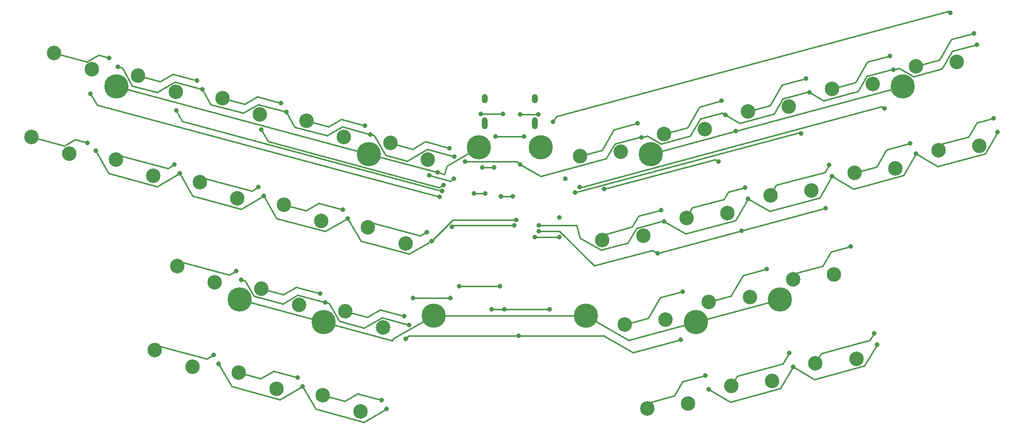
<source format=gbr>
%TF.GenerationSoftware,KiCad,Pcbnew,7.0.8*%
%TF.CreationDate,2024-02-21T20:33:01-06:00*%
%TF.ProjectId,rattlemebones32,72617474-6c65-46d6-9562-6f6e65733332,rev?*%
%TF.SameCoordinates,Original*%
%TF.FileFunction,Copper,L1,Top*%
%TF.FilePolarity,Positive*%
%FSLAX46Y46*%
G04 Gerber Fmt 4.6, Leading zero omitted, Abs format (unit mm)*
G04 Created by KiCad (PCBNEW 7.0.8) date 2024-02-21 20:33:01*
%MOMM*%
%LPD*%
G01*
G04 APERTURE LIST*
%TA.AperFunction,ComponentPad*%
%ADD10C,2.500000*%
%TD*%
%TA.AperFunction,ComponentPad*%
%ADD11O,1.000000X1.600000*%
%TD*%
%TA.AperFunction,ComponentPad*%
%ADD12O,1.000000X2.100000*%
%TD*%
%TA.AperFunction,ComponentPad*%
%ADD13C,4.190000*%
%TD*%
%TA.AperFunction,ViaPad*%
%ADD14C,0.800000*%
%TD*%
%TA.AperFunction,Conductor*%
%ADD15C,0.250000*%
%TD*%
G04 APERTURE END LIST*
D10*
%TO.P,SW2,2,2*%
%TO.N,col1*%
X202371413Y-62578225D03*
%TO.P,SW2,1,1*%
%TO.N,Net-(D2-A)*%
X195338172Y-63375736D03*
%TD*%
%TO.P,SW23,1,1*%
%TO.N,Net-(D23-A)*%
X82460839Y-101722760D03*
%TO.P,SW23,2,2*%
%TO.N,col7*%
X88950560Y-104548715D03*
%TD*%
%TO.P,SW24,1,1*%
%TO.N,Net-(D24-A)*%
X159636082Y-104000368D03*
%TO.P,SW24,2,2*%
%TO.N,col4*%
X166669323Y-103202857D03*
%TD*%
%TO.P,SW17,1,1*%
%TO.N,Net-(D17-A)*%
X86343123Y-87233873D03*
%TO.P,SW17,2,2*%
%TO.N,col7*%
X92832844Y-90059828D03*
%TD*%
%TO.P,SW14,2,2*%
%TO.N,col2*%
X191764811Y-80949397D03*
%TO.P,SW14,1,1*%
%TO.N,Net-(D14-A)*%
X184731570Y-81746908D03*
%TD*%
%TO.P,SW18,1,1*%
%TO.N,Net-(D18-A)*%
X155753796Y-89511480D03*
%TO.P,SW18,2,2*%
%TO.N,col4*%
X162787037Y-88713969D03*
%TD*%
%TO.P,SW30,1,1*%
%TO.N,Net-(D30-A)*%
X163518370Y-118489251D03*
%TO.P,SW30,2,2*%
%TO.N,col4*%
X170551611Y-117691740D03*
%TD*%
%TO.P,SW31,1,1*%
%TO.N,Net-(D31-A)*%
X93067440Y-120093931D03*
%TO.P,SW31,2,2*%
%TO.N,col6*%
X99557161Y-122919886D03*
%TD*%
%TO.P,SW4,2,2*%
%TO.N,col2*%
X187882530Y-66460510D03*
%TO.P,SW4,1,1*%
%TO.N,Net-(D4-A)*%
X180849289Y-67258021D03*
%TD*%
%TO.P,SW9,1,1*%
%TO.N,Net-(D9-A)*%
X42876461Y-75587016D03*
%TO.P,SW9,2,2*%
%TO.N,col10*%
X49366182Y-78412971D03*
%TD*%
%TO.P,SW8,1,1*%
%TO.N,Net-(D8-A)*%
X151871513Y-75022589D03*
%TO.P,SW8,2,2*%
%TO.N,col4*%
X158904754Y-74225078D03*
%TD*%
%TO.P,SW3,1,1*%
%TO.N,Net-(D3-A)*%
X61247631Y-64980414D03*
%TO.P,SW3,2,2*%
%TO.N,col9*%
X67737352Y-67806369D03*
%TD*%
%TO.P,SW20,1,1*%
%TO.N,Net-(D20-A)*%
X141264907Y-93393765D03*
%TO.P,SW20,2,2*%
%TO.N,col5*%
X148298148Y-92596254D03*
%TD*%
%TO.P,SW10,1,1*%
%TO.N,Net-(D10-A)*%
X199220458Y-77864619D03*
%TO.P,SW10,2,2*%
%TO.N,col1*%
X206253699Y-77067108D03*
%TD*%
%TO.P,SW13,1,1*%
%TO.N,Net-(D13-A)*%
X57365345Y-79469297D03*
%TO.P,SW13,2,2*%
%TO.N,col9*%
X63855066Y-82295252D03*
%TD*%
%TO.P,SW1,1,1*%
%TO.N,Net-(D1-A)*%
X46758745Y-61098128D03*
%TO.P,SW1,2,2*%
%TO.N,col10*%
X53248466Y-63924083D03*
%TD*%
%TO.P,SW32,1,1*%
%TO.N,Net-(D32-A)*%
X149029481Y-122371541D03*
%TO.P,SW32,2,2*%
%TO.N,col5*%
X156062722Y-121574030D03*
%TD*%
%TO.P,SW21,1,1*%
%TO.N,Net-(D21-A)*%
X67971947Y-97840474D03*
%TO.P,SW21,2,2*%
%TO.N,col8*%
X74461668Y-100666429D03*
%TD*%
%TO.P,SW22,1,1*%
%TO.N,Net-(D22-A)*%
X174124972Y-100118081D03*
%TO.P,SW22,2,2*%
%TO.N,col3*%
X181158213Y-99320570D03*
%TD*%
%TO.P,SW16,1,1*%
%TO.N,Net-(D16-A)*%
X170242684Y-85629194D03*
%TO.P,SW16,2,2*%
%TO.N,col3*%
X177275925Y-84831683D03*
%TD*%
%TO.P,SW12,1,1*%
%TO.N,Net-(D12-A)*%
X137382624Y-78904879D03*
%TO.P,SW12,2,2*%
%TO.N,col5*%
X144415865Y-78107368D03*
%TD*%
%TO.P,SW27,1,1*%
%TO.N,Net-(D27-A)*%
X64089665Y-112329361D03*
%TO.P,SW27,2,2*%
%TO.N,col8*%
X70579386Y-115155316D03*
%TD*%
%TO.P,SW7,1,1*%
%TO.N,Net-(D7-A)*%
X90225408Y-72744984D03*
%TO.P,SW7,2,2*%
%TO.N,col7*%
X96715129Y-75570939D03*
%TD*%
%TO.P,SW11,1,1*%
%TO.N,Net-(D11-A)*%
X104714296Y-76627270D03*
%TO.P,SW11,2,2*%
%TO.N,col6*%
X111204017Y-79453225D03*
%TD*%
%TO.P,SW19,1,1*%
%TO.N,Net-(D19-A)*%
X100832010Y-91116158D03*
%TO.P,SW19,2,2*%
%TO.N,col6*%
X107321731Y-93942113D03*
%TD*%
%TO.P,SW6,1,1*%
%TO.N,Net-(D6-A)*%
X166360398Y-71140305D03*
%TO.P,SW6,2,2*%
%TO.N,col3*%
X173393639Y-70342794D03*
%TD*%
%TO.P,SW25,1,1*%
%TO.N,Net-(D25-A)*%
X96949722Y-105605045D03*
%TO.P,SW25,2,2*%
%TO.N,col6*%
X103439443Y-108431000D03*
%TD*%
%TO.P,SW26,1,1*%
%TO.N,Net-(D26-A)*%
X145147196Y-107882652D03*
%TO.P,SW26,2,2*%
%TO.N,col5*%
X152180437Y-107085141D03*
%TD*%
%TO.P,SW28,1,1*%
%TO.N,Net-(D28-A)*%
X178007257Y-114606968D03*
%TO.P,SW28,2,2*%
%TO.N,col3*%
X185040498Y-113809457D03*
%TD*%
%TO.P,SW29,1,1*%
%TO.N,Net-(D29-A)*%
X78578551Y-116211645D03*
%TO.P,SW29,2,2*%
%TO.N,col7*%
X85068272Y-119037600D03*
%TD*%
%TO.P,SW15,1,1*%
%TO.N,Net-(D15-A)*%
X71854235Y-83351586D03*
%TO.P,SW15,2,2*%
%TO.N,col8*%
X78343956Y-86177541D03*
%TD*%
%TO.P,SW5,1,1*%
%TO.N,Net-(D5-A)*%
X75736522Y-68862699D03*
%TO.P,SW5,2,2*%
%TO.N,col8*%
X82226243Y-71688654D03*
%TD*%
D11*
%TO.P,J1,S1,SHIELD*%
%TO.N,GND*%
X129618657Y-68997826D03*
D12*
X129618657Y-73177826D03*
X120978657Y-73177826D03*
D11*
X120978657Y-68997826D03*
%TD*%
D13*
%TO.P,H12,1,1*%
%TO.N,GND*%
X138426851Y-106362450D03*
%TD*%
%TO.P,H11,1,1*%
%TO.N,GND*%
X112170265Y-106362448D03*
%TD*%
%TO.P,H10,1,1*%
%TO.N,GND*%
X130662280Y-77384675D03*
%TD*%
%TO.P,H9,1,1*%
%TO.N,GND*%
X119934838Y-77384672D03*
%TD*%
%TO.P,H8,1,1*%
%TO.N,GND*%
X171855319Y-103616976D03*
%TD*%
%TO.P,H7,1,1*%
%TO.N,GND*%
X157366430Y-107499261D03*
%TD*%
%TO.P,H6,1,1*%
%TO.N,GND*%
X193068522Y-66874628D03*
%TD*%
%TO.P,H5,1,1*%
%TO.N,GND*%
X149601863Y-78521484D03*
%TD*%
%TO.P,H4,1,1*%
%TO.N,GND*%
X93230688Y-107499259D03*
%TD*%
%TO.P,H3,1,1*%
%TO.N,GND*%
X78741800Y-103616976D03*
%TD*%
%TO.P,H2,1,1*%
%TO.N,GND*%
X100995261Y-78521484D03*
%TD*%
%TO.P,H1,1,1*%
%TO.N,GND*%
X57528597Y-66874629D03*
%TD*%
D14*
%TO.N,col1*%
X201238189Y-54128331D03*
X132786865Y-72987446D03*
X134892092Y-82776114D03*
%TO.N,col2*%
X137341582Y-84190327D03*
X189909305Y-70622487D03*
%TO.N,col3*%
X136571393Y-85179646D03*
X175549829Y-74987735D03*
%TO.N,col4*%
X141588537Y-84585364D03*
X161319760Y-79835946D03*
%TO.N,row2*%
X209347022Y-74731652D03*
X195341098Y-78484528D03*
X180852211Y-82366813D03*
X166363323Y-86249099D03*
X151874436Y-90131385D03*
%TO.N,row1*%
X205818290Y-59630392D03*
X191458812Y-63995640D03*
X176969925Y-67877926D03*
X162481038Y-71760212D03*
X147992150Y-75642497D03*
%TO.N,row3*%
X179743700Y-87840219D03*
X165254811Y-91722505D03*
X150765923Y-95604791D03*
%TO.N,row4*%
X154777621Y-110576640D03*
X188616782Y-111344588D03*
X174127895Y-115226874D03*
X159639007Y-119109159D03*
%TO.N,Net-(D28-A)*%
X188099144Y-109412736D03*
%TO.N,Net-(D30-A)*%
X173480847Y-112812059D03*
%TO.N,Net-(D32-A)*%
X158991960Y-116694345D03*
%TO.N,Net-(D22-A)*%
X184087449Y-94440886D03*
%TO.N,Net-(D24-A)*%
X169598561Y-98323172D03*
%TO.N,Net-(D26-A)*%
X155109674Y-102205458D03*
%TO.N,Net-(D10-A)*%
X208699975Y-72316837D03*
%TO.N,Net-(D14-A)*%
X194340497Y-76682086D03*
%TO.N,Net-(D16-A)*%
X180334573Y-80434962D03*
%TO.N,Net-(D18-A)*%
X165845685Y-84317247D03*
%TO.N,Net-(D20-A)*%
X151356798Y-88199533D03*
%TO.N,GND*%
X164274540Y-74589952D03*
%TO.N,Net-(D2-A)*%
X205300652Y-57698540D03*
%TO.N,Net-(D4-A)*%
X190811765Y-61580826D03*
%TO.N,Net-(D6-A)*%
X176322877Y-65463111D03*
%TO.N,Net-(D8-A)*%
X161833990Y-69345397D03*
%TO.N,Net-(D12-A)*%
X147345103Y-73227683D03*
%TO.N,row3*%
X130343403Y-91810531D03*
%TO.N,RST*%
X133843403Y-92810531D03*
X133843403Y-89488872D03*
%TO.N,row2*%
X130343403Y-90810530D03*
%TO.N,+3.3V*%
X124343403Y-105310531D03*
%TO.N,row4*%
X126843403Y-109822352D03*
%TO.N,+3.3V*%
X125773157Y-85810532D03*
X123824157Y-85810530D03*
X132148657Y-105310532D03*
X122148658Y-105310531D03*
%TO.N,GND*%
X112843403Y-81696185D03*
%TO.N,col10*%
X113206537Y-85862202D03*
X53043122Y-68092510D03*
%TO.N,col9*%
X113592126Y-84845937D03*
X67790828Y-71008869D03*
%TO.N,col8*%
X113841064Y-83865631D03*
X82438322Y-74299226D03*
%TO.N,col6*%
X115678181Y-82804971D03*
X111386902Y-82172764D03*
%TO.N,row3*%
X115327452Y-91052341D03*
X115097461Y-103322351D03*
X108597461Y-103322351D03*
X126097460Y-90822351D03*
%TO.N,row2*%
X126383015Y-89858454D03*
%TO.N,row1*%
X117597460Y-79822351D03*
X127097460Y-80322351D03*
%TO.N,RST*%
X129597461Y-92822350D03*
%TO.N,GND*%
X121097462Y-85322351D03*
X119097460Y-85322350D03*
%TO.N,VBUS*%
X122597462Y-80822351D03*
X120574227Y-80822351D03*
%TO.N,UDP*%
X123597463Y-101322351D03*
X116597460Y-101322351D03*
%TO.N,VBUS*%
X127797460Y-75522353D03*
X122847461Y-75522352D03*
%TO.N,CC2*%
X130247460Y-71672352D03*
X127047460Y-71672349D03*
%TO.N,CC1*%
X124097460Y-71572351D03*
X120347460Y-71572351D03*
%TO.N,row4*%
X107325547Y-110404017D03*
%TO.N,row3*%
X107955358Y-107959348D03*
X93483705Y-104106917D03*
X78994819Y-100224630D03*
%TO.N,row4*%
X104090307Y-122478088D03*
X89601420Y-118595804D03*
X75112534Y-114713518D03*
%TO.N,row2*%
X111854879Y-93500315D03*
X97365992Y-89618030D03*
X82877106Y-85735744D03*
X68388216Y-81853458D03*
X53899331Y-77971173D03*
%TO.N,row1*%
X115719928Y-78981571D03*
X101248277Y-75129142D03*
X86759389Y-71246856D03*
X72270504Y-67364571D03*
X57781616Y-63482284D03*
%TO.N,Net-(D27-A)*%
X74228649Y-113182587D03*
%TO.N,Net-(D29-A)*%
X88717537Y-117064873D03*
%TO.N,Net-(D31-A)*%
X103206426Y-120947159D03*
%TO.N,Net-(D25-A)*%
X107088711Y-106458270D03*
%TO.N,Net-(D23-A)*%
X92599822Y-102575986D03*
%TO.N,Net-(D21-A)*%
X78110936Y-98693700D03*
%TO.N,Net-(D15-A)*%
X81993222Y-84204813D03*
%TO.N,Net-(D17-A)*%
X96482109Y-88087099D03*
%TO.N,Net-(D19-A)*%
X110970995Y-91969383D03*
%TO.N,Net-(D11-A)*%
X114853283Y-77480497D03*
%TO.N,Net-(D7-A)*%
X100364395Y-73598211D03*
%TO.N,Net-(D5-A)*%
X85875506Y-69715924D03*
%TO.N,Net-(D3-A)*%
X71386621Y-65833639D03*
%TO.N,Net-(D13-A)*%
X67504334Y-80322528D03*
%TO.N,Net-(D9-A)*%
X52520245Y-76597957D03*
%TO.N,Net-(D1-A)*%
X56231057Y-61928011D03*
%TD*%
D15*
%TO.N,col1*%
X200877221Y-53919926D02*
X201238189Y-54128331D01*
X133348823Y-72014106D02*
X200877221Y-53919926D01*
X132786865Y-72987446D02*
X133348823Y-72014106D01*
%TO.N,col2*%
X189434873Y-70348573D02*
X189909305Y-70622487D01*
X137341582Y-84190327D02*
X137479523Y-84269967D01*
X137479523Y-84269967D02*
X189434873Y-70348573D01*
%TO.N,col3*%
X136571393Y-85179646D02*
X175251321Y-74815391D01*
X175251321Y-74815391D02*
X175549829Y-74987735D01*
%TO.N,col4*%
X141588537Y-84585364D02*
X160683834Y-79468795D01*
X160683834Y-79468795D02*
X161319760Y-79835946D01*
%TO.N,row2*%
X207284998Y-78421332D02*
X209368646Y-74812350D01*
X195341098Y-78484528D02*
X199052402Y-80627250D01*
X209368646Y-74812350D02*
X209347022Y-74731652D01*
X199052402Y-80627250D02*
X207284998Y-78421332D01*
X193198374Y-82195835D02*
X195341098Y-78484528D01*
X184563518Y-84509538D02*
X193198374Y-82195835D01*
X180852211Y-82366813D02*
X184563518Y-84509538D01*
X178709486Y-86078121D02*
X180852211Y-82366813D01*
X170074631Y-88391823D02*
X178709486Y-86078121D01*
X166363323Y-86249099D02*
X170074631Y-88391823D01*
X164220599Y-89960407D02*
X166363323Y-86249099D01*
X155585743Y-92274109D02*
X164220599Y-89960407D01*
X151874436Y-90131385D02*
X155585743Y-92274109D01*
X147129469Y-91278840D02*
X151727796Y-90046722D01*
X141048887Y-95082207D02*
X145644545Y-93850804D01*
X137427813Y-92991579D02*
X141048887Y-95082207D01*
X151727796Y-90046722D02*
X151874436Y-90131385D01*
X145644545Y-93850804D02*
X147129469Y-91278840D01*
X136843403Y-90810531D02*
X137427813Y-92991579D01*
%TO.N,row1*%
X201609006Y-60758266D02*
X205818290Y-59630392D01*
X199855189Y-63795965D02*
X201609006Y-60758266D01*
X194881826Y-65128574D02*
X199855189Y-63795965D01*
X192456499Y-63728311D02*
X194881826Y-65128574D01*
X191458812Y-63995640D02*
X192456499Y-63728311D01*
X185352355Y-67702413D02*
X186851230Y-65106286D01*
X186851230Y-65106286D02*
X191312175Y-63910979D01*
X191312175Y-63910979D02*
X191458812Y-63995640D01*
X179419415Y-69292140D02*
X185352355Y-67702413D01*
X176969925Y-67877926D02*
X179419415Y-69292140D01*
X172362339Y-68988570D02*
X176823285Y-67793263D01*
X170877415Y-71560534D02*
X172362339Y-68988570D01*
X176823285Y-67793263D02*
X176969925Y-67877926D01*
X164906362Y-73160473D02*
X170877415Y-71560534D01*
X162481038Y-71760212D02*
X164906362Y-73160473D01*
X161868665Y-71406658D02*
X162481038Y-71760212D01*
X156388530Y-75442818D02*
X158142344Y-72405123D01*
X148989840Y-75375167D02*
X151415164Y-76775428D01*
X151415164Y-76775428D02*
X156388530Y-75442818D01*
X158142344Y-72405123D02*
X161868665Y-71406658D01*
X147992150Y-75642497D02*
X148989840Y-75375167D01*
X143384565Y-76753143D02*
X147845513Y-75557836D01*
X147845513Y-75557836D02*
X147992150Y-75642497D01*
X130609812Y-82350208D02*
X141899641Y-79325108D01*
X141899641Y-79325108D02*
X143384565Y-76753143D01*
X127097460Y-80322351D02*
X130609812Y-82350208D01*
%TO.N,row3*%
X165254811Y-91722505D02*
X179743700Y-87840219D01*
X150765923Y-95604791D02*
X165254811Y-91722505D01*
X149883105Y-95095095D02*
X150765923Y-95604791D01*
X139843403Y-97785225D02*
X149883105Y-95095095D01*
%TO.N,row4*%
X154777621Y-110576640D02*
X146555042Y-112779874D01*
X146555042Y-112779874D02*
X141627661Y-109935049D01*
X141627661Y-109935049D02*
X141597463Y-109822350D01*
X186474057Y-115055896D02*
X188616782Y-111344588D01*
X177839202Y-117369598D02*
X186474057Y-115055896D01*
X174127895Y-115226874D02*
X177839202Y-117369598D01*
X159639007Y-119109159D02*
X163350312Y-121251883D01*
X163350312Y-121251883D02*
X171985172Y-118938179D01*
X171985172Y-118938179D02*
X174127895Y-115226874D01*
%TO.N,Net-(D28-A)*%
X187392037Y-110637481D02*
X188099144Y-109412736D01*
X179000933Y-112885871D02*
X187392037Y-110637481D01*
X178007257Y-114606968D02*
X179000933Y-112885871D01*
%TO.N,Net-(D30-A)*%
X164512045Y-116768157D02*
X172420187Y-114649177D01*
X172420187Y-114649177D02*
X173480847Y-112812059D01*
X163518370Y-118489252D02*
X164512045Y-116768157D01*
%TO.N,Net-(D32-A)*%
X153696542Y-120209423D02*
X155128256Y-117729621D01*
X149029481Y-122371541D02*
X149652103Y-121293127D01*
X155128256Y-117729621D02*
X158991960Y-116694345D01*
X149652103Y-121293127D02*
X153696542Y-120209423D01*
%TO.N,Net-(D22-A)*%
X174747594Y-99039668D02*
X179274994Y-97826555D01*
X180706708Y-95346753D02*
X184087449Y-94440886D01*
X174124972Y-100118082D02*
X174747594Y-99039668D01*
X179274994Y-97826555D02*
X180706708Y-95346753D01*
%TO.N,Net-(D24-A)*%
X165498717Y-99421722D02*
X169598561Y-98323172D01*
X163444380Y-102979938D02*
X165498717Y-99421722D01*
X159636082Y-104000368D02*
X163444380Y-102979938D01*
%TO.N,Net-(D26-A)*%
X151245971Y-103240734D02*
X155109674Y-102205458D01*
X149191634Y-106798948D02*
X151245971Y-103240734D01*
X145147196Y-107882652D02*
X149191634Y-106798948D01*
%TO.N,Net-(D10-A)*%
X204370486Y-75573091D02*
X205802197Y-73093294D01*
X205802197Y-73093294D02*
X208699975Y-72316837D01*
X199220458Y-77864620D02*
X199843080Y-76786206D01*
X199843080Y-76786206D02*
X204370486Y-75573091D01*
%TO.N,Net-(D14-A)*%
X190240651Y-77780636D02*
X194340497Y-76682086D01*
X188539868Y-80726478D02*
X190240651Y-77780636D01*
X184731569Y-81746909D02*
X188539868Y-80726478D01*
%TO.N,Net-(D16-A)*%
X179627466Y-81659707D02*
X180334573Y-80434962D01*
X171236360Y-83908097D02*
X179627466Y-81659707D01*
X170242684Y-85629194D02*
X171236360Y-83908097D01*
%TO.N,Net-(D18-A)*%
X162947908Y-85093705D02*
X165845685Y-84317247D01*
X162240801Y-86318449D02*
X162947908Y-85093705D01*
X155753796Y-89511480D02*
X156747472Y-87790383D01*
X156747472Y-87790383D02*
X162240801Y-86318449D01*
%TO.N,Net-(D20-A)*%
X147493094Y-89234809D02*
X151356798Y-88199533D01*
X141887529Y-92315351D02*
X146414935Y-91102237D01*
X146414935Y-91102237D02*
X147493094Y-89234809D01*
X141264907Y-93393765D02*
X141887529Y-92315351D01*
%TO.N,GND*%
X164274540Y-74589952D02*
X193068522Y-66874628D01*
X149601863Y-78521484D02*
X164274540Y-74589952D01*
X157366430Y-107499261D02*
X145775319Y-110605090D01*
X145775319Y-110605090D02*
X138426851Y-106362450D01*
X157366430Y-107499261D02*
X171855319Y-103616976D01*
%TO.N,Net-(D2-A)*%
X201436949Y-58733816D02*
X205300652Y-57698540D01*
X199382612Y-62292032D02*
X201436949Y-58733816D01*
X195338172Y-63375736D02*
X199382612Y-62292032D01*
%TO.N,Net-(D4-A)*%
X184893725Y-66174318D02*
X186948061Y-62616102D01*
X186948061Y-62616102D02*
X190811765Y-61580826D01*
X180849289Y-67258021D02*
X184893725Y-66174318D01*
%TO.N,Net-(D6-A)*%
X172223032Y-66561662D02*
X176322877Y-65463111D01*
X170168697Y-70119875D02*
X172223032Y-66561662D01*
X166360398Y-71140305D02*
X170168697Y-70119875D01*
%TO.N,Net-(D8-A)*%
X157970287Y-70380673D02*
X161833990Y-69345397D01*
X155915952Y-73938885D02*
X157970287Y-70380673D01*
X151871513Y-75022589D02*
X155915952Y-73938885D01*
%TO.N,Net-(D12-A)*%
X141190923Y-77884448D02*
X143245259Y-74326232D01*
X143245259Y-74326232D02*
X147345103Y-73227683D01*
X137382624Y-78904879D02*
X141190923Y-77884448D01*
%TO.N,row3*%
X133868708Y-91810530D02*
X139843403Y-97785225D01*
X130343403Y-91810531D02*
X133868708Y-91810530D01*
%TO.N,RST*%
X133831584Y-92822351D02*
X133843403Y-92810531D01*
X129597461Y-92822350D02*
X133831584Y-92822351D01*
%TO.N,row2*%
X130343403Y-90810530D02*
X136843403Y-90810531D01*
%TO.N,+3.3V*%
X122148658Y-105310531D02*
X124343403Y-105310531D01*
X124343403Y-105310531D02*
X132148657Y-105310532D01*
%TO.N,row4*%
X126843403Y-109822352D02*
X107907211Y-109822351D01*
X107907211Y-109822351D02*
X107325547Y-110404017D01*
X126843403Y-109822352D02*
X141597463Y-109822350D01*
%TO.N,+3.3V*%
X123824157Y-85810530D02*
X125773157Y-85810532D01*
%TO.N,GND*%
X112170265Y-106362448D02*
X138426851Y-106362450D01*
X100995261Y-78521484D02*
X112843403Y-81696185D01*
X112843403Y-81696185D02*
X114058591Y-82021794D01*
%TO.N,col10*%
X113206537Y-85862202D02*
X54169380Y-70043244D01*
X54169380Y-70043244D02*
X53043122Y-68092510D01*
%TO.N,col9*%
X68871149Y-72880042D02*
X67790828Y-71008869D01*
X113592126Y-84845937D02*
X113571950Y-84857585D01*
X113571950Y-84857585D02*
X68871149Y-72880042D01*
%TO.N,col8*%
X113841064Y-83865631D02*
X113133398Y-84274200D01*
X113133398Y-84274200D02*
X83633769Y-76369799D01*
X83633769Y-76369799D02*
X82438322Y-74299226D01*
%TO.N,col6*%
X115678181Y-82804971D02*
X115065809Y-83158524D01*
X115065809Y-83158524D02*
X111386902Y-82172764D01*
%TO.N,row3*%
X126097460Y-90822351D02*
X115557440Y-90822351D01*
X115097461Y-103322351D02*
X108597461Y-103322351D01*
X115557440Y-90822351D02*
X115327452Y-91052341D01*
%TO.N,row2*%
X126383015Y-89858454D02*
X115496739Y-89858454D01*
X115496739Y-89858454D02*
X111854879Y-93500315D01*
%TO.N,row1*%
X127097460Y-80322351D02*
X126597461Y-79822350D01*
X126597461Y-79822350D02*
X117597460Y-79822351D01*
%TO.N,GND*%
X121097462Y-85322351D02*
X119097460Y-85322350D01*
%TO.N,VBUS*%
X120574227Y-80822351D02*
X122597462Y-80822351D01*
%TO.N,UDP*%
X116597460Y-101322351D02*
X123597463Y-101322351D01*
%TO.N,VBUS*%
X122847461Y-75522352D02*
X127797460Y-75522353D01*
%TO.N,CC2*%
X127047460Y-71672349D02*
X130247460Y-71672352D01*
%TO.N,CC1*%
X120347460Y-71572351D02*
X124097460Y-71572351D01*
%TO.N,row3*%
X103283911Y-106707636D02*
X107955358Y-107959348D01*
X95939247Y-107353067D02*
X100192193Y-108492640D01*
X93483705Y-104106917D02*
X94171481Y-104291206D01*
X94171481Y-104291206D02*
X95939247Y-107353067D01*
X100192193Y-108492640D02*
X103283911Y-106707636D01*
X88765168Y-102842588D02*
X93483705Y-104106917D01*
X81185199Y-103011513D02*
X86162575Y-104345197D01*
X78994819Y-100224630D02*
X79682591Y-100408919D01*
X86162575Y-104345197D02*
X88765168Y-102842588D01*
X79682591Y-100408919D02*
X81185199Y-103011513D01*
%TO.N,row4*%
X91846491Y-122484378D02*
X100201735Y-124723159D01*
X100201735Y-124723159D02*
X104090307Y-122478088D01*
X89601420Y-118595804D02*
X91846491Y-122484378D01*
X75112534Y-114713518D02*
X77357605Y-118602092D01*
X85712845Y-120840874D02*
X89601420Y-118595804D01*
X77357605Y-118602092D02*
X85712845Y-120840874D01*
%TO.N,row2*%
X99611062Y-93506606D02*
X107966303Y-95745386D01*
X107966303Y-95745386D02*
X111854879Y-93500315D01*
X97365992Y-89618030D02*
X99611062Y-93506606D01*
X93477414Y-91863101D02*
X97365992Y-89618030D01*
X85122175Y-89624320D02*
X93477414Y-91863101D01*
X82877106Y-85735744D02*
X85122175Y-89624320D01*
X78988529Y-87980814D02*
X82877106Y-85735744D01*
X68388216Y-81853458D02*
X70633290Y-85742035D01*
X70633290Y-85742035D02*
X78988529Y-87980814D01*
X64499643Y-84098528D02*
X68388216Y-81853458D01*
X53899331Y-77971173D02*
X56144401Y-81859748D01*
X56144401Y-81859748D02*
X64499643Y-84098528D01*
%TO.N,row1*%
X101936056Y-75313432D02*
X103910653Y-78733536D01*
X107598521Y-79721698D02*
X111048483Y-77729861D01*
X111048483Y-77729861D02*
X115719928Y-78981571D01*
X103910653Y-78733536D02*
X107598521Y-79721698D01*
X101248277Y-75129142D02*
X101936056Y-75313432D01*
X96418650Y-73835047D02*
X101248277Y-75129142D01*
X93816055Y-75337654D02*
X96418650Y-73835047D01*
X88261997Y-73849448D02*
X93816055Y-75337654D01*
X86759389Y-71246856D02*
X88261997Y-73849448D01*
X73773111Y-69967164D02*
X79327166Y-71455369D01*
X81929760Y-69952761D02*
X86759389Y-71246856D01*
X79327166Y-71455369D02*
X81929760Y-69952761D01*
X72270504Y-67364571D02*
X73773111Y-69967164D01*
X64490102Y-67868008D02*
X67551964Y-66100242D01*
X67551964Y-66100242D02*
X72270504Y-67364571D01*
X60237161Y-66728435D02*
X64490102Y-67868008D01*
X58469392Y-63666574D02*
X60237161Y-66728435D01*
X57781616Y-63482284D02*
X58469392Y-63666574D01*
%TO.N,GND*%
X114453071Y-80549571D02*
X119934838Y-77384672D01*
X114058591Y-82021794D02*
X114453071Y-80549571D01*
X93230688Y-107499259D02*
X105086610Y-110676046D01*
X105086610Y-110676046D02*
X105157568Y-110411233D01*
X105157568Y-110411233D02*
X112170265Y-106362448D01*
X78741800Y-103616976D02*
X93230688Y-107499259D01*
X57528597Y-66874629D02*
X100995261Y-78521484D01*
%TO.N,Net-(D27-A)*%
X73102513Y-113832763D02*
X74228649Y-113182587D01*
X65168077Y-111706739D02*
X73102513Y-113832763D01*
X64089664Y-112329360D02*
X65168077Y-111706739D01*
%TO.N,Net-(D29-A)*%
X84591401Y-115959278D02*
X88717537Y-117064873D01*
X78578549Y-116211644D02*
X82386850Y-117232075D01*
X82386850Y-117232075D02*
X84591401Y-115959278D01*
%TO.N,Net-(D31-A)*%
X99080288Y-119841563D02*
X103206426Y-120947159D01*
X96875741Y-121114362D02*
X99080288Y-119841563D01*
X93067441Y-120093931D02*
X96875741Y-121114362D01*
%TO.N,Net-(D25-A)*%
X102962575Y-105352676D02*
X107088711Y-106458270D01*
X100758020Y-106625475D02*
X102962575Y-105352676D01*
X96949723Y-105605044D02*
X100758020Y-106625475D01*
%TO.N,Net-(D23-A)*%
X88473688Y-101470391D02*
X92599822Y-102575986D01*
X86269135Y-102743191D02*
X88473688Y-101470391D01*
X82460840Y-101722760D02*
X86269135Y-102743191D01*
%TO.N,Net-(D21-A)*%
X76984796Y-99343877D02*
X78110936Y-98693700D01*
X69050363Y-97217851D02*
X76984796Y-99343877D01*
X67971947Y-97840474D02*
X69050363Y-97217851D01*
%TO.N,Net-(D15-A)*%
X80867082Y-84854988D02*
X81993222Y-84204813D01*
X72932649Y-82728964D02*
X80867082Y-84854988D01*
X71854236Y-83351585D02*
X72932649Y-82728964D01*
%TO.N,Net-(D17-A)*%
X90151421Y-88254302D02*
X92355974Y-86981504D01*
X86343121Y-87233873D02*
X90151421Y-88254302D01*
X92355974Y-86981504D02*
X96482109Y-88087099D01*
%TO.N,Net-(D19-A)*%
X101910422Y-90493535D02*
X109844857Y-92619560D01*
X100832009Y-91116157D02*
X101910422Y-90493535D01*
X109844857Y-92619560D02*
X110970995Y-91969383D01*
%TO.N,Net-(D11-A)*%
X110727147Y-76374903D02*
X114853283Y-77480497D01*
X108522594Y-77647701D02*
X110727147Y-76374903D01*
X104714294Y-76627271D02*
X108522594Y-77647701D01*
%TO.N,Net-(D7-A)*%
X94033706Y-73765414D02*
X96238257Y-72492614D01*
X90225407Y-72744983D02*
X94033706Y-73765414D01*
X96238257Y-72492614D02*
X100364395Y-73598211D01*
%TO.N,Net-(D5-A)*%
X81749372Y-68610329D02*
X85875506Y-69715924D01*
X79544819Y-69883129D02*
X81749372Y-68610329D01*
X75736523Y-68862699D02*
X79544819Y-69883129D01*
%TO.N,Net-(D3-A)*%
X67260483Y-64728044D02*
X71386621Y-65833639D01*
X65055932Y-66000843D02*
X67260483Y-64728044D01*
X61247632Y-64980414D02*
X65055932Y-66000843D01*
%TO.N,Net-(D13-A)*%
X66378198Y-80972702D02*
X67504334Y-80322528D01*
X58443760Y-78846677D02*
X66378198Y-80972702D01*
X57365346Y-79469299D02*
X58443760Y-78846677D01*
%TO.N,Net-(D9-A)*%
X48507171Y-77095760D02*
X50368170Y-76021309D01*
X50368170Y-76021309D02*
X52520245Y-76597957D01*
X42876459Y-75587015D02*
X48507171Y-77095760D01*
%TO.N,Net-(D1-A)*%
X54410295Y-61440139D02*
X56231057Y-61928011D01*
X52389455Y-62606870D02*
X54410295Y-61440139D01*
X46758745Y-61098126D02*
X52389455Y-62606870D01*
%TO.N,col2*%
X191764812Y-80949396D02*
X191764811Y-80949396D01*
%TO.N,col7*%
X88950555Y-104548713D02*
X88950558Y-104548713D01*
%TO.N,col1*%
X206253699Y-77067110D02*
X206253700Y-77067111D01*
%TO.N,col4*%
X170551607Y-117691741D02*
X170551609Y-117691743D01*
X166669322Y-103202854D02*
X166669322Y-103202855D01*
%TO.N,col3*%
X181158211Y-99320567D02*
X181158208Y-99320570D01*
%TO.N,col5*%
X152180433Y-107085140D02*
X152180434Y-107085141D01*
X148298148Y-92596251D02*
X148298149Y-92596255D01*
%TO.N,col6*%
X103439442Y-108431000D02*
X103439442Y-108431000D01*
%TO.N,col4*%
X162787035Y-88713966D02*
X162787037Y-88713967D01*
%TO.N,col8*%
X74461671Y-100666426D02*
X74461670Y-100666430D01*
%TO.N,col3*%
X185040495Y-113809457D02*
X185040497Y-113809456D01*
%TO.N,col5*%
X156062719Y-121574025D02*
X156062723Y-121574029D01*
%TO.N,col3*%
X177275923Y-84831682D02*
X177275923Y-84831682D01*
%TO.N,col10*%
X53248467Y-63924082D02*
X53248467Y-63924082D01*
%TD*%
M02*

</source>
